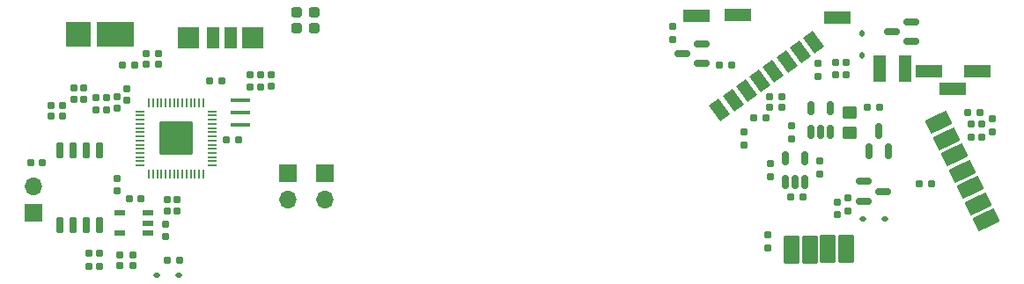
<source format=gbr>
%TF.GenerationSoftware,KiCad,Pcbnew,(7.0.0)*%
%TF.CreationDate,2023-04-17T21:08:14+08:00*%
%TF.ProjectId,opsx_x,6f707378-5f78-42e6-9b69-6361645f7063,rev?*%
%TF.SameCoordinates,Original*%
%TF.FileFunction,Soldermask,Top*%
%TF.FilePolarity,Negative*%
%FSLAX46Y46*%
G04 Gerber Fmt 4.6, Leading zero omitted, Abs format (unit mm)*
G04 Created by KiCad (PCBNEW (7.0.0)) date 2023-04-17 21:08:14*
%MOMM*%
%LPD*%
G01*
G04 APERTURE LIST*
G04 Aperture macros list*
%AMRoundRect*
0 Rectangle with rounded corners*
0 $1 Rounding radius*
0 $2 $3 $4 $5 $6 $7 $8 $9 X,Y pos of 4 corners*
0 Add a 4 corners polygon primitive as box body*
4,1,4,$2,$3,$4,$5,$6,$7,$8,$9,$2,$3,0*
0 Add four circle primitives for the rounded corners*
1,1,$1+$1,$2,$3*
1,1,$1+$1,$4,$5*
1,1,$1+$1,$6,$7*
1,1,$1+$1,$8,$9*
0 Add four rect primitives between the rounded corners*
20,1,$1+$1,$2,$3,$4,$5,0*
20,1,$1+$1,$4,$5,$6,$7,0*
20,1,$1+$1,$6,$7,$8,$9,0*
20,1,$1+$1,$8,$9,$2,$3,0*%
G04 Aperture macros list end*
%ADD10R,1.000001X0.599999*%
%ADD11RoundRect,0.160000X0.197500X0.160000X-0.197500X0.160000X-0.197500X-0.160000X0.197500X-0.160000X0*%
%ADD12RoundRect,0.237500X0.287500X0.237500X-0.287500X0.237500X-0.287500X-0.237500X0.287500X-0.237500X0*%
%ADD13RoundRect,0.160000X-0.197500X-0.160000X0.197500X-0.160000X0.197500X0.160000X-0.197500X0.160000X0*%
%ADD14RoundRect,0.150000X0.150000X-0.587500X0.150000X0.587500X-0.150000X0.587500X-0.150000X-0.587500X0*%
%ADD15RoundRect,0.160000X-0.160000X0.197500X-0.160000X-0.197500X0.160000X-0.197500X0.160000X0.197500X0*%
%ADD16RoundRect,0.150000X0.587500X0.150000X-0.587500X0.150000X-0.587500X-0.150000X0.587500X-0.150000X0*%
%ADD17RoundRect,0.155000X-0.212500X-0.155000X0.212500X-0.155000X0.212500X0.155000X-0.212500X0.155000X0*%
%ADD18RoundRect,0.150000X0.150000X-0.512500X0.150000X0.512500X-0.150000X0.512500X-0.150000X-0.512500X0*%
%ADD19RoundRect,0.250000X-0.450000X0.350000X-0.450000X-0.350000X0.450000X-0.350000X0.450000X0.350000X0*%
%ADD20RoundRect,0.155000X0.155000X-0.212500X0.155000X0.212500X-0.155000X0.212500X-0.155000X-0.212500X0*%
%ADD21RoundRect,0.160000X0.160000X-0.197500X0.160000X0.197500X-0.160000X0.197500X-0.160000X-0.197500X0*%
%ADD22RoundRect,0.050800X-0.975000X-0.975000X0.975000X-0.975000X0.975000X0.975000X-0.975000X0.975000X0*%
%ADD23RoundRect,0.050800X-0.525000X-0.975000X0.525000X-0.975000X0.525000X0.975000X-0.525000X0.975000X0*%
%ADD24RoundRect,0.050800X0.951908X-0.408499X-0.094350X1.031551X-0.951908X0.408499X0.094350X-1.031551X0*%
%ADD25RoundRect,0.050800X-1.155000X-1.155000X1.155000X-1.155000X1.155000X1.155000X-1.155000X1.155000X0*%
%ADD26RoundRect,0.050800X-0.683115X-1.061932X1.257381X-0.115488X0.683115X1.061932X-1.257381X0.115488X0*%
%ADD27RoundRect,0.050800X-1.206500X-0.571500X1.206500X-0.571500X1.206500X0.571500X-1.206500X0.571500X0*%
%ADD28RoundRect,0.050800X1.750000X-1.155000X1.750000X1.155000X-1.750000X1.155000X-1.750000X-1.155000X0*%
%ADD29RoundRect,0.050800X-0.685800X-1.270000X0.685800X-1.270000X0.685800X1.270000X-0.685800X1.270000X0*%
%ADD30RoundRect,0.050800X0.571500X-1.206500X0.571500X1.206500X-0.571500X1.206500X-0.571500X-1.206500X0*%
%ADD31RoundRect,0.150000X-0.587500X-0.150000X0.587500X-0.150000X0.587500X0.150000X-0.587500X0.150000X0*%
%ADD32R,1.700000X1.700000*%
%ADD33O,1.700000X1.700000*%
%ADD34RoundRect,0.155000X-0.155000X0.212500X-0.155000X-0.212500X0.155000X-0.212500X0.155000X0.212500X0*%
%ADD35RoundRect,0.155000X0.212500X0.155000X-0.212500X0.155000X-0.212500X-0.155000X0.212500X-0.155000X0*%
%ADD36R,1.900000X0.400000*%
%ADD37RoundRect,0.112500X0.112500X-0.187500X0.112500X0.187500X-0.112500X0.187500X-0.112500X-0.187500X0*%
%ADD38RoundRect,0.112500X-0.187500X-0.112500X0.187500X-0.112500X0.187500X0.112500X-0.187500X0.112500X0*%
%ADD39RoundRect,0.150000X0.150000X-0.650000X0.150000X0.650000X-0.150000X0.650000X-0.150000X-0.650000X0*%
%ADD40RoundRect,0.050000X0.050000X-0.387500X0.050000X0.387500X-0.050000X0.387500X-0.050000X-0.387500X0*%
%ADD41RoundRect,0.050000X0.387500X-0.050000X0.387500X0.050000X-0.387500X0.050000X-0.387500X-0.050000X0*%
%ADD42RoundRect,0.144000X1.456000X-1.456000X1.456000X1.456000X-1.456000X1.456000X-1.456000X-1.456000X0*%
G04 APERTURE END LIST*
D10*
%TO.C,U2*%
X38200000Y-79944000D03*
X38200000Y-78993999D03*
X38200000Y-78044001D03*
X35450000Y-78044001D03*
X35450000Y-79944000D03*
%TD*%
D11*
%TO.C,R35*%
X46872500Y-70950000D03*
X45677500Y-70950000D03*
%TD*%
D12*
%TO.C,D6*%
X54215000Y-58674000D03*
X52465000Y-58674000D03*
%TD*%
%TO.C,D5*%
X54215000Y-60198000D03*
X52465000Y-60198000D03*
%TD*%
D13*
%TO.C,R34*%
X35724500Y-63754000D03*
X36919500Y-63754000D03*
%TD*%
D14*
%TO.C,Q3*%
X108458000Y-70182500D03*
X109408000Y-72057500D03*
X107508000Y-72057500D03*
%TD*%
D15*
%TO.C,R33*%
X102616000Y-63664500D03*
X102616000Y-64859500D03*
%TD*%
%TO.C,R32*%
X88646000Y-60108500D03*
X88646000Y-61303500D03*
%TD*%
D13*
%TO.C,R31*%
X93128500Y-63754000D03*
X94323500Y-63754000D03*
%TD*%
D16*
%TO.C,Q4*%
X91440000Y-63622000D03*
X91440000Y-61722000D03*
X89565000Y-62672000D03*
%TD*%
D15*
%TO.C,R30*%
X97790000Y-81369500D03*
X97790000Y-80174500D03*
%TD*%
D11*
%TO.C,R29*%
X41237500Y-82550000D03*
X40042500Y-82550000D03*
%TD*%
D15*
%TO.C,R27*%
X102750000Y-74257500D03*
X102750000Y-73062500D03*
%TD*%
D17*
%TO.C,C15*%
X107382500Y-67818000D03*
X108517500Y-67818000D03*
%TD*%
D18*
%TO.C,U6*%
X99475000Y-75051500D03*
X100425000Y-75051500D03*
X101375000Y-75051500D03*
X101375000Y-72776500D03*
X99475000Y-72776500D03*
%TD*%
D11*
%TO.C,R28*%
X99986500Y-76454000D03*
X101181500Y-76454000D03*
%TD*%
D15*
%TO.C,R26*%
X100100000Y-70872500D03*
X100100000Y-69677500D03*
%TD*%
%TO.C,R8*%
X98044000Y-74511500D03*
X98044000Y-73316500D03*
%TD*%
D18*
%TO.C,U5*%
X101920000Y-70225500D03*
X102870000Y-70225500D03*
X103820000Y-70225500D03*
X103820000Y-67950500D03*
X101920000Y-67950500D03*
%TD*%
D19*
%TO.C,R7*%
X105664000Y-68342000D03*
X105664000Y-70342000D03*
%TD*%
D15*
%TO.C,R10*%
X48000000Y-65897500D03*
X48000000Y-64702500D03*
%TD*%
D20*
%TO.C,C8*%
X32025000Y-67117500D03*
X32025000Y-65982500D03*
%TD*%
D13*
%TO.C,R12*%
X38002500Y-63700000D03*
X39197500Y-63700000D03*
%TD*%
D21*
%TO.C,R1*%
X33184000Y-68097500D03*
X33184000Y-66902500D03*
%TD*%
D16*
%TO.C,Q2*%
X111587500Y-61550000D03*
X111587500Y-59650000D03*
X109712500Y-60600000D03*
%TD*%
D21*
%TO.C,R25*%
X105325000Y-63527500D03*
X105325000Y-64722500D03*
%TD*%
D22*
%TO.C,sx1*%
X42085400Y-61173500D03*
X48232200Y-61160800D03*
D23*
X44447600Y-61160800D03*
D24*
X95735064Y-66269482D03*
D23*
X46098600Y-61135400D03*
D24*
X97029491Y-65329025D03*
D25*
X31483594Y-60801428D03*
D24*
X102207200Y-61567200D03*
D26*
X117244000Y-75588000D03*
D24*
X93146209Y-68150395D03*
D26*
X116476850Y-74015110D03*
D27*
X113250918Y-64393881D03*
X115577600Y-66077600D03*
D24*
X99618345Y-63448113D03*
X98323918Y-64388569D03*
D27*
X117955200Y-64361200D03*
D28*
X35024200Y-60830600D03*
D24*
X100912772Y-62507656D03*
D27*
X90939703Y-59027678D03*
X94902000Y-58991000D03*
D26*
X118011149Y-77160890D03*
D29*
X100038344Y-81536679D03*
X101816344Y-81536679D03*
D26*
X118778299Y-78733779D03*
X114175402Y-69296442D03*
X114942551Y-70869331D03*
D29*
X103578800Y-81531600D03*
X105356800Y-81531600D03*
D30*
X108502281Y-64148000D03*
X110959400Y-64148000D03*
D27*
X104456287Y-59242831D03*
D24*
X94440636Y-67209938D03*
D26*
X115709701Y-72442221D03*
%TD*%
D31*
%TO.C,Q1*%
X107037500Y-75000000D03*
X107037500Y-76900000D03*
X108912500Y-75950000D03*
%TD*%
D11*
%TO.C,R15*%
X97625500Y-68834000D03*
X96430500Y-68834000D03*
%TD*%
D32*
%TO.C,J2*%
X27149999Y-78024999D03*
D33*
X27149999Y-75484999D03*
%TD*%
D34*
%TO.C,C4*%
X39884000Y-79132500D03*
X39884000Y-80267500D03*
%TD*%
D35*
%TO.C,C14*%
X28017500Y-73150000D03*
X26882500Y-73150000D03*
%TD*%
D20*
%TO.C,C6*%
X31025000Y-67092500D03*
X31025000Y-65957500D03*
%TD*%
D15*
%TO.C,R16*%
X95504000Y-71463500D03*
X95504000Y-70268500D03*
%TD*%
D20*
%TO.C,C2*%
X50000000Y-64707500D03*
X50000000Y-65842500D03*
%TD*%
D11*
%TO.C,R6*%
X36700000Y-83100000D03*
X35505000Y-83100000D03*
%TD*%
D13*
%TO.C,R14*%
X97954500Y-67818000D03*
X99149500Y-67818000D03*
%TD*%
D17*
%TO.C,C10*%
X44136500Y-65278000D03*
X45271500Y-65278000D03*
%TD*%
D21*
%TO.C,R23*%
X105500000Y-77813500D03*
X105500000Y-76618500D03*
%TD*%
D36*
%TO.C,Y1*%
X47099999Y-69549999D03*
X47099999Y-68349999D03*
X47099999Y-67149999D03*
%TD*%
D37*
%TO.C,D4*%
X106825000Y-62850000D03*
X106825000Y-60750000D03*
%TD*%
D15*
%TO.C,R18*%
X119380000Y-68998500D03*
X119380000Y-70193500D03*
%TD*%
D13*
%TO.C,R5*%
X35505000Y-82100000D03*
X36700000Y-82100000D03*
%TD*%
D15*
%TO.C,R19*%
X117332000Y-69504000D03*
X117332000Y-70699000D03*
%TD*%
D32*
%TO.C,J1*%
X55199999Y-74174999D03*
D33*
X55199999Y-76714999D03*
%TD*%
D21*
%TO.C,R9*%
X49025000Y-64702500D03*
X49025000Y-65897500D03*
%TD*%
D13*
%TO.C,R17*%
X118199500Y-68326000D03*
X117004500Y-68326000D03*
%TD*%
D35*
%TO.C,C12*%
X29967500Y-67700000D03*
X28832500Y-67700000D03*
%TD*%
D38*
%TO.C,D3*%
X106925000Y-78600000D03*
X109025000Y-78600000D03*
%TD*%
%TO.C,D1*%
X39050000Y-84000000D03*
X41150000Y-84000000D03*
%TD*%
D15*
%TO.C,R24*%
X104325000Y-63552500D03*
X104325000Y-64747500D03*
%TD*%
D39*
%TO.C,U3*%
X29695000Y-79200000D03*
X30965000Y-79200000D03*
X32235000Y-79200000D03*
X33505000Y-79200000D03*
X33505000Y-72000000D03*
X32235000Y-72000000D03*
X30965000Y-72000000D03*
X29695000Y-72000000D03*
%TD*%
D34*
%TO.C,C7*%
X35250000Y-74732500D03*
X35250000Y-75867500D03*
%TD*%
D20*
%TO.C,C1*%
X35175000Y-67967500D03*
X35175000Y-66832500D03*
%TD*%
D21*
%TO.C,R2*%
X34200000Y-68097500D03*
X34200000Y-66902500D03*
%TD*%
D13*
%TO.C,R21*%
X112330000Y-75184000D03*
X113525000Y-75184000D03*
%TD*%
D32*
%TO.C,J3*%
X51599999Y-74174999D03*
D33*
X51599999Y-76714999D03*
%TD*%
D13*
%TO.C,R11*%
X38002500Y-62700000D03*
X39197500Y-62700000D03*
%TD*%
D21*
%TO.C,R4*%
X33528000Y-83147500D03*
X33528000Y-81952500D03*
%TD*%
D11*
%TO.C,R13*%
X99149500Y-66802000D03*
X97954500Y-66802000D03*
%TD*%
D35*
%TO.C,C3*%
X29967500Y-68700000D03*
X28832500Y-68700000D03*
%TD*%
D21*
%TO.C,R20*%
X118364000Y-70701500D03*
X118364000Y-69506500D03*
%TD*%
D34*
%TO.C,C9*%
X40000000Y-76732500D03*
X40000000Y-77867500D03*
%TD*%
D20*
%TO.C,C13*%
X36175000Y-67192500D03*
X36175000Y-66057500D03*
%TD*%
D35*
%TO.C,C5*%
X37517500Y-76700000D03*
X36382500Y-76700000D03*
%TD*%
D40*
%TO.C,U1*%
X38287500Y-74300000D03*
X38687500Y-74300000D03*
X39087500Y-74300000D03*
X39487500Y-74300000D03*
X39887500Y-74300000D03*
X40287500Y-74300000D03*
X40687500Y-74300000D03*
X41087500Y-74300000D03*
X41487500Y-74300000D03*
X41887500Y-74300000D03*
X42287500Y-74300000D03*
X42687500Y-74300000D03*
X43087500Y-74300000D03*
X43487500Y-74300000D03*
D41*
X44325000Y-73462500D03*
X44325000Y-73062500D03*
X44325000Y-72662500D03*
X44325000Y-72262500D03*
X44325000Y-71862500D03*
X44325000Y-71462500D03*
X44325000Y-71062500D03*
X44325000Y-70662500D03*
X44325000Y-70262500D03*
X44325000Y-69862500D03*
X44325000Y-69462500D03*
X44325000Y-69062500D03*
X44325000Y-68662500D03*
X44325000Y-68262500D03*
D40*
X43487500Y-67425000D03*
X43087500Y-67425000D03*
X42687500Y-67425000D03*
X42287500Y-67425000D03*
X41887500Y-67425000D03*
X41487500Y-67425000D03*
X41087500Y-67425000D03*
X40687500Y-67425000D03*
X40287500Y-67425000D03*
X39887500Y-67425000D03*
X39487500Y-67425000D03*
X39087500Y-67425000D03*
X38687500Y-67425000D03*
X38287500Y-67425000D03*
D41*
X37450000Y-68262500D03*
X37450000Y-68662500D03*
X37450000Y-69062500D03*
X37450000Y-69462500D03*
X37450000Y-69862500D03*
X37450000Y-70262500D03*
X37450000Y-70662500D03*
X37450000Y-71062500D03*
X37450000Y-71462500D03*
X37450000Y-71862500D03*
X37450000Y-72262500D03*
X37450000Y-72662500D03*
X37450000Y-73062500D03*
X37450000Y-73462500D03*
D42*
X40887500Y-70862500D03*
%TD*%
D21*
%TO.C,R3*%
X32512000Y-83147500D03*
X32512000Y-81952500D03*
%TD*%
%TO.C,R22*%
X104475000Y-78163500D03*
X104475000Y-76968500D03*
%TD*%
D34*
%TO.C,C11*%
X40975000Y-76732500D03*
X40975000Y-77867500D03*
%TD*%
M02*

</source>
